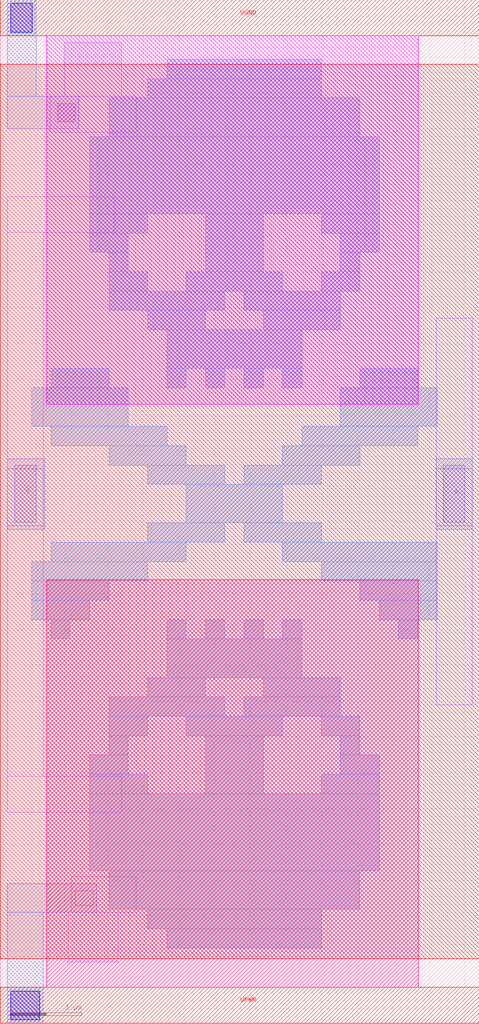
<source format=lef>
MACRO skullfet_inverter
  CLASS BLOCK ;
  FOREIGN skullfet_inverter ;
  ORIGIN 0.000 0.000 ;
  SIZE 6.700 BY 14.300 ;
  PIN VGND
    DIRECTION INOUT ;
    USE GROUND ;
    PORT
      LAYER met3 ;
        RECT 0.000 13.800 6.700 14.300 ;
    END
  END VGND
  PIN VPWR
    DIRECTION INOUT ;
    USE POWER ;
    PORT
      LAYER met3 ;
        RECT 0.000 0.000 6.700 0.500 ;
    END
  END VPWR
  PIN Y
    DIRECTION OUTPUT ;
    USE SIGNAL ;
    ANTENNADIFFAREA 12.700800 ;
    PORT
      LAYER met1 ;
        RECT 0.100 6.950 0.600 7.750 ;
    END
  END Y
  PIN A
    DIRECTION INPUT ;
    USE SIGNAL ;
    ANTENNAGATEAREA 3.240000 ;
    PORT
      LAYER met1 ;
        RECT 6.100 6.950 6.600 7.750 ;
    END
  END A
  OBS
      LAYER pwell ;
        RECT 0.650 8.650 5.850 13.800 ;
      LAYER nwell ;
        RECT 0.650 0.500 5.850 6.200 ;
      LAYER li1 ;
        RECT 0.900 12.950 1.700 13.700 ;
        RECT 0.700 12.450 1.900 12.950 ;
        RECT 0.100 11.050 1.600 11.550 ;
        RECT 0.100 3.450 0.600 11.050 ;
        RECT 6.100 4.450 6.600 9.850 ;
        RECT 0.100 2.950 1.700 3.450 ;
        RECT 1.000 1.550 1.900 2.050 ;
        RECT 0.950 0.850 1.650 1.550 ;
      LAYER mcon ;
        RECT 0.800 12.600 1.050 12.850 ;
        RECT 0.200 7.000 0.500 7.800 ;
        RECT 6.200 7.000 6.500 7.800 ;
        RECT 1.050 1.650 1.300 1.850 ;
      LAYER met1 ;
        RECT 0.100 12.950 0.500 14.300 ;
        RECT 2.330 13.200 4.490 13.470 ;
        RECT 0.100 12.500 1.100 12.950 ;
        RECT 2.060 12.930 4.490 13.200 ;
        RECT 1.520 12.390 5.030 12.930 ;
        RECT 1.250 11.310 5.300 12.390 ;
        RECT 1.250 11.040 2.060 11.310 ;
        RECT 1.250 10.770 1.790 11.040 ;
        RECT 1.520 10.500 1.790 10.770 ;
        RECT 2.870 10.500 3.680 11.310 ;
        RECT 4.490 11.040 5.300 11.310 ;
        RECT 4.760 10.770 5.300 11.040 ;
        RECT 4.760 10.500 5.030 10.770 ;
        RECT 1.520 10.230 2.060 10.500 ;
        RECT 2.600 10.230 3.950 10.500 ;
        RECT 4.490 10.230 5.030 10.500 ;
        RECT 1.520 9.960 3.140 10.230 ;
        RECT 3.410 9.960 4.760 10.230 ;
        RECT 2.060 9.690 2.870 9.960 ;
        RECT 3.680 9.690 4.760 9.960 ;
        RECT 2.330 9.150 4.220 9.690 ;
        RECT 0.710 8.880 1.520 9.150 ;
        RECT 2.330 8.880 2.600 9.150 ;
        RECT 2.870 8.880 3.140 9.150 ;
        RECT 3.410 8.880 3.680 9.150 ;
        RECT 3.950 8.880 4.220 9.150 ;
        RECT 5.030 8.880 5.840 9.150 ;
        RECT 0.440 8.340 1.790 8.880 ;
        RECT 4.760 8.340 6.110 8.880 ;
        RECT 0.710 8.070 2.330 8.340 ;
        RECT 4.220 8.070 5.840 8.340 ;
        RECT 0.100 7.750 0.620 7.890 ;
        RECT 1.520 7.800 2.600 8.070 ;
        RECT 3.950 7.800 5.030 8.070 ;
        RECT 0.600 6.950 0.620 7.750 ;
        RECT 2.060 7.530 3.140 7.800 ;
        RECT 3.410 7.530 4.490 7.800 ;
        RECT 6.100 7.750 6.600 7.890 ;
        RECT 2.600 6.990 3.950 7.530 ;
        RECT 0.100 6.900 0.620 6.950 ;
        RECT 2.060 6.720 3.140 6.990 ;
        RECT 3.410 6.720 4.490 6.990 ;
        RECT 6.100 6.900 6.600 6.950 ;
        RECT 0.710 6.450 2.600 6.720 ;
        RECT 3.950 6.450 6.110 6.720 ;
        RECT 0.440 6.180 2.060 6.450 ;
        RECT 4.490 6.180 6.110 6.450 ;
        RECT 0.440 5.910 1.520 6.180 ;
        RECT 5.030 5.910 6.110 6.180 ;
        RECT 0.440 5.640 1.250 5.910 ;
        RECT 5.300 5.640 6.110 5.910 ;
        RECT 0.710 5.370 0.980 5.640 ;
        RECT 2.330 5.370 2.600 5.640 ;
        RECT 2.870 5.370 3.140 5.640 ;
        RECT 3.410 5.370 3.680 5.640 ;
        RECT 3.950 5.370 4.220 5.640 ;
        RECT 5.570 5.370 5.840 5.640 ;
        RECT 2.330 4.830 4.220 5.370 ;
        RECT 2.060 4.560 2.870 4.830 ;
        RECT 3.680 4.560 4.760 4.830 ;
        RECT 1.520 4.290 3.140 4.560 ;
        RECT 3.410 4.290 4.760 4.560 ;
        RECT 1.520 4.020 2.060 4.290 ;
        RECT 2.600 4.020 3.950 4.290 ;
        RECT 4.490 4.020 5.030 4.290 ;
        RECT 1.520 3.750 1.790 4.020 ;
        RECT 1.250 3.480 1.790 3.750 ;
        RECT 1.250 3.210 2.060 3.480 ;
        RECT 2.870 3.210 3.680 4.020 ;
        RECT 4.760 3.750 5.030 4.020 ;
        RECT 4.760 3.480 5.300 3.750 ;
        RECT 4.490 3.210 5.300 3.480 ;
        RECT 1.250 2.130 5.300 3.210 ;
        RECT 0.100 1.550 1.350 1.950 ;
        RECT 1.520 1.590 5.030 2.130 ;
        RECT 0.100 0.000 0.600 1.550 ;
        RECT 2.060 1.320 4.490 1.590 ;
        RECT 2.330 1.050 4.490 1.320 ;
      LAYER via ;
        RECT 0.150 13.850 0.450 14.250 ;
        RECT 0.150 0.050 0.550 0.450 ;
      LAYER met2 ;
        RECT 0.100 13.800 0.500 14.300 ;
        RECT 2.330 13.200 4.490 13.470 ;
        RECT 2.060 12.930 4.490 13.200 ;
        RECT 1.520 12.390 5.030 12.930 ;
        RECT 1.250 11.310 5.300 12.390 ;
        RECT 1.250 11.040 2.060 11.310 ;
        RECT 1.250 10.770 1.790 11.040 ;
        RECT 1.520 10.500 1.790 10.770 ;
        RECT 2.870 10.500 3.680 11.310 ;
        RECT 4.490 11.040 5.300 11.310 ;
        RECT 4.760 10.770 5.300 11.040 ;
        RECT 4.760 10.500 5.030 10.770 ;
        RECT 1.520 10.230 2.060 10.500 ;
        RECT 2.600 10.230 3.950 10.500 ;
        RECT 4.490 10.230 5.030 10.500 ;
        RECT 1.520 9.960 3.140 10.230 ;
        RECT 3.410 9.960 4.760 10.230 ;
        RECT 2.060 9.690 2.870 9.960 ;
        RECT 3.680 9.690 4.760 9.960 ;
        RECT 2.330 9.150 4.220 9.690 ;
        RECT 0.710 8.880 1.520 9.150 ;
        RECT 2.330 8.880 2.600 9.150 ;
        RECT 2.870 8.880 3.140 9.150 ;
        RECT 3.410 8.880 3.680 9.150 ;
        RECT 3.950 8.880 4.220 9.150 ;
        RECT 5.030 8.880 5.840 9.150 ;
        RECT 0.440 8.340 1.790 8.880 ;
        RECT 4.760 8.340 6.110 8.880 ;
        RECT 0.710 8.070 2.330 8.340 ;
        RECT 4.220 8.070 5.840 8.340 ;
        RECT 1.520 7.800 2.600 8.070 ;
        RECT 3.950 7.800 5.030 8.070 ;
        RECT 2.060 7.530 3.140 7.800 ;
        RECT 3.410 7.530 4.490 7.800 ;
        RECT 2.600 6.990 3.950 7.530 ;
        RECT 2.060 6.720 3.140 6.990 ;
        RECT 3.410 6.720 4.490 6.990 ;
        RECT 0.710 6.450 2.600 6.720 ;
        RECT 3.950 6.450 6.110 6.720 ;
        RECT 0.440 6.180 2.060 6.450 ;
        RECT 4.490 6.180 6.110 6.450 ;
        RECT 0.440 5.910 1.520 6.180 ;
        RECT 5.030 5.910 6.110 6.180 ;
        RECT 0.440 5.640 1.250 5.910 ;
        RECT 5.300 5.640 6.110 5.910 ;
        RECT 0.710 5.370 0.980 5.640 ;
        RECT 2.330 5.370 2.600 5.640 ;
        RECT 2.870 5.370 3.140 5.640 ;
        RECT 3.410 5.370 3.680 5.640 ;
        RECT 3.950 5.370 4.220 5.640 ;
        RECT 5.570 5.370 5.840 5.640 ;
        RECT 2.330 4.830 4.220 5.370 ;
        RECT 2.060 4.560 2.870 4.830 ;
        RECT 3.680 4.560 4.760 4.830 ;
        RECT 1.520 4.290 3.140 4.560 ;
        RECT 3.410 4.290 4.760 4.560 ;
        RECT 1.520 4.020 2.060 4.290 ;
        RECT 2.600 4.020 3.950 4.290 ;
        RECT 4.490 4.020 5.030 4.290 ;
        RECT 1.520 3.750 1.790 4.020 ;
        RECT 1.250 3.480 1.790 3.750 ;
        RECT 1.250 3.210 2.060 3.480 ;
        RECT 2.870 3.210 3.680 4.020 ;
        RECT 4.760 3.750 5.030 4.020 ;
        RECT 4.760 3.480 5.300 3.750 ;
        RECT 4.490 3.210 5.300 3.480 ;
        RECT 1.250 2.130 5.300 3.210 ;
        RECT 1.520 1.590 5.030 2.130 ;
        RECT 2.060 1.320 4.490 1.590 ;
        RECT 2.330 1.050 4.490 1.320 ;
        RECT 0.100 0.000 0.600 0.500 ;
      LAYER via2 ;
        RECT 0.150 13.850 0.450 14.250 ;
        RECT 0.150 0.050 0.550 0.450 ;
      LAYER met3 ;
        RECT 0.000 0.900 6.700 13.400 ;
  END
END skullfet_inverter
END LIBRARY


</source>
